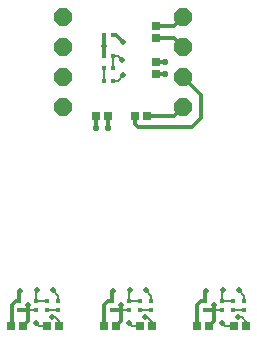
<source format=gtl>
G75*
%MOIN*%
%OFA0B0*%
%FSLAX24Y24*%
%IPPOS*%
%LPD*%
%AMOC8*
5,1,8,0,0,1.08239X$1,22.5*
%
%ADD10R,0.0170X0.0170*%
%ADD11R,0.0315X0.0315*%
%ADD12OC8,0.0600*%
%ADD13C,0.0198*%
%ADD14C,0.0120*%
%ADD15OC8,0.0210*%
%ADD16C,0.0060*%
D10*
X005448Y006255D03*
X005448Y006565D03*
X006003Y006571D03*
X006003Y006261D03*
X006369Y006261D03*
X006369Y006571D03*
X006734Y006571D03*
X006734Y006261D03*
X008548Y006255D03*
X008548Y006565D03*
X009103Y006571D03*
X009103Y006261D03*
X009469Y006261D03*
X009469Y006571D03*
X009834Y006571D03*
X009834Y006261D03*
X011648Y006255D03*
X011648Y006565D03*
X012203Y006571D03*
X012203Y006261D03*
X012569Y006261D03*
X012569Y006571D03*
X012934Y006571D03*
X012934Y006261D03*
X008572Y013904D03*
X008262Y013904D03*
X008262Y014314D03*
X008572Y014314D03*
X008572Y014724D03*
X008262Y014724D03*
X008262Y015424D03*
X008572Y015424D03*
D11*
X005167Y005724D03*
X005567Y005724D03*
X006367Y005724D03*
X006767Y005724D03*
X008267Y005724D03*
X008667Y005724D03*
X009467Y005724D03*
X009867Y005724D03*
X011367Y005724D03*
X011767Y005724D03*
X012617Y005724D03*
X013017Y005724D03*
X009717Y012724D03*
X009317Y012724D03*
X008417Y012724D03*
X008017Y012724D03*
X010017Y014124D03*
X010017Y014524D03*
X010017Y015324D03*
X010017Y015724D03*
D12*
X010917Y016024D03*
X010917Y015024D03*
X010917Y014024D03*
X010917Y013024D03*
X006917Y013024D03*
X006917Y014024D03*
X006917Y015024D03*
X006917Y016024D03*
D13*
X008266Y015074D03*
X008895Y015181D03*
X008867Y014594D03*
X008918Y014085D03*
X009123Y006928D03*
X008836Y006414D03*
X008560Y006901D03*
X009092Y005821D03*
X009642Y006041D03*
X009656Y006924D03*
X011660Y006901D03*
X011936Y006414D03*
X012223Y006928D03*
X012756Y006924D03*
X012742Y006041D03*
X012192Y005821D03*
X006556Y006924D03*
X006023Y006928D03*
X005736Y006414D03*
X005460Y006901D03*
X005992Y005821D03*
X006542Y006041D03*
D14*
X005736Y005885D02*
X005736Y006414D01*
X005736Y006255D01*
X005448Y006255D01*
X005205Y006421D02*
X005205Y005761D01*
X005167Y005724D01*
X005567Y005724D02*
X005635Y005784D01*
X005736Y005885D01*
X005205Y006421D02*
X005349Y006565D01*
X005448Y006565D01*
X005448Y006901D01*
X005460Y006901D01*
X008267Y006429D02*
X008267Y005724D01*
X008667Y005724D02*
X008735Y005784D01*
X008836Y005885D01*
X008836Y006414D01*
X008836Y006255D01*
X008548Y006255D01*
X008267Y006429D02*
X008402Y006565D01*
X008548Y006565D01*
X008449Y006565D01*
X008548Y006565D02*
X008548Y006901D01*
X008560Y006901D01*
X011367Y006429D02*
X011367Y005724D01*
X011767Y005724D02*
X011936Y005892D01*
X011936Y006414D01*
X011936Y006255D01*
X011648Y006255D01*
X011367Y006429D02*
X011502Y006565D01*
X011648Y006565D01*
X011549Y006565D01*
X011648Y006565D02*
X011648Y006901D01*
X011660Y006901D01*
X011217Y012374D02*
X009417Y012374D01*
X009317Y012474D01*
X009317Y012724D01*
X009717Y012724D02*
X010617Y012724D01*
X010917Y013024D01*
X011517Y012674D02*
X011217Y012374D01*
X011517Y012674D02*
X011517Y013424D01*
X010917Y014024D01*
X010317Y014124D02*
X010017Y014124D01*
X010017Y014524D02*
X010317Y014524D01*
X010917Y015024D02*
X010617Y015324D01*
X010017Y015324D01*
X010017Y015724D02*
X010617Y015724D01*
X010917Y016024D01*
X008895Y015191D02*
X008895Y015181D01*
X008895Y015191D02*
X008662Y015424D01*
X008572Y015424D01*
X008262Y015424D02*
X008266Y015074D01*
X008262Y015071D01*
X008262Y014724D01*
X008417Y012724D02*
X008417Y012324D01*
X008017Y012324D02*
X008017Y012724D01*
D15*
X008017Y012324D03*
X008417Y012324D03*
X010317Y014124D03*
X010317Y014524D03*
D16*
X008867Y014594D02*
X008737Y014724D01*
X008572Y014724D01*
X008572Y014314D01*
X008918Y014085D02*
X008736Y013904D01*
X008572Y013904D01*
X008262Y013904D02*
X008262Y014284D01*
X008282Y014304D01*
X008262Y014314D01*
X009123Y006928D02*
X009103Y006908D01*
X009103Y006571D01*
X009469Y006571D01*
X009656Y006924D02*
X009834Y006746D01*
X009834Y006571D01*
X009834Y006261D02*
X009469Y006261D01*
X009642Y006041D02*
X009710Y006031D01*
X009867Y005874D01*
X009867Y005724D01*
X009868Y005723D02*
X009866Y005723D01*
X009864Y005724D01*
X009862Y005725D01*
X009467Y005724D02*
X009190Y005724D01*
X009092Y005821D01*
X009103Y006261D02*
X008836Y006261D01*
X008836Y006414D01*
X008836Y006411D01*
X006767Y005911D02*
X006767Y005724D01*
X006767Y005911D02*
X006647Y006031D01*
X006542Y006041D01*
X006369Y006261D02*
X006734Y006261D01*
X006734Y006571D02*
X006734Y006746D01*
X006556Y006924D01*
X006369Y006571D02*
X006003Y006571D01*
X006003Y006908D01*
X006023Y006928D01*
X005736Y006414D02*
X005736Y006261D01*
X006003Y006261D01*
X005736Y006411D02*
X005736Y006414D01*
X005992Y005821D02*
X006090Y005724D01*
X006367Y005724D01*
X011936Y006261D02*
X011936Y006414D01*
X011936Y006411D01*
X011936Y006261D02*
X012203Y006261D01*
X012203Y006571D02*
X012569Y006571D01*
X012756Y006924D02*
X012934Y006746D01*
X012934Y006571D01*
X012934Y006261D02*
X012569Y006261D01*
X012742Y006041D02*
X012860Y006031D01*
X013017Y005874D01*
X013017Y005724D01*
X012617Y005724D02*
X012290Y005724D01*
X012192Y005821D01*
X012203Y006571D02*
X012203Y006908D01*
X012223Y006928D01*
M02*

</source>
